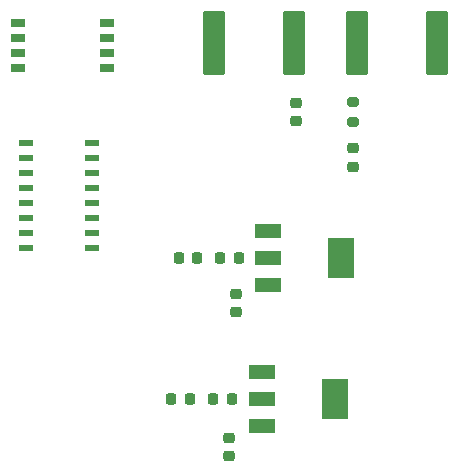
<source format=gbr>
%TF.GenerationSoftware,KiCad,Pcbnew,7.0.7*%
%TF.CreationDate,2024-02-19T11:00:26-08:00*%
%TF.ProjectId,Core-Board,436f7265-2d42-46f6-9172-642e6b696361,rev?*%
%TF.SameCoordinates,Original*%
%TF.FileFunction,Paste,Top*%
%TF.FilePolarity,Positive*%
%FSLAX46Y46*%
G04 Gerber Fmt 4.6, Leading zero omitted, Abs format (unit mm)*
G04 Created by KiCad (PCBNEW 7.0.7) date 2024-02-19 11:00:26*
%MOMM*%
%LPD*%
G01*
G04 APERTURE LIST*
G04 Aperture macros list*
%AMRoundRect*
0 Rectangle with rounded corners*
0 $1 Rounding radius*
0 $2 $3 $4 $5 $6 $7 $8 $9 X,Y pos of 4 corners*
0 Add a 4 corners polygon primitive as box body*
4,1,4,$2,$3,$4,$5,$6,$7,$8,$9,$2,$3,0*
0 Add four circle primitives for the rounded corners*
1,1,$1+$1,$2,$3*
1,1,$1+$1,$4,$5*
1,1,$1+$1,$6,$7*
1,1,$1+$1,$8,$9*
0 Add four rect primitives between the rounded corners*
20,1,$1+$1,$2,$3,$4,$5,0*
20,1,$1+$1,$4,$5,$6,$7,0*
20,1,$1+$1,$6,$7,$8,$9,0*
20,1,$1+$1,$8,$9,$2,$3,0*%
G04 Aperture macros list end*
%ADD10RoundRect,0.049600X-0.555400X-0.260400X0.555400X-0.260400X0.555400X0.260400X-0.555400X0.260400X0*%
%ADD11R,1.200000X0.600000*%
%ADD12RoundRect,0.225000X0.250000X-0.225000X0.250000X0.225000X-0.250000X0.225000X-0.250000X-0.225000X0*%
%ADD13RoundRect,0.225000X-0.225000X-0.250000X0.225000X-0.250000X0.225000X0.250000X-0.225000X0.250000X0*%
%ADD14RoundRect,0.218750X-0.256250X0.218750X-0.256250X-0.218750X0.256250X-0.218750X0.256250X0.218750X0*%
%ADD15RoundRect,0.218750X0.218750X0.256250X-0.218750X0.256250X-0.218750X-0.256250X0.218750X-0.256250X0*%
%ADD16RoundRect,0.200000X-0.275000X0.200000X-0.275000X-0.200000X0.275000X-0.200000X0.275000X0.200000X0*%
%ADD17R,2.200000X1.200000*%
%ADD18R,2.200000X3.500000*%
%ADD19RoundRect,0.250000X0.712500X2.475000X-0.712500X2.475000X-0.712500X-2.475000X0.712500X-2.475000X0*%
G04 APERTURE END LIST*
D10*
%TO.C,U4*%
X188279000Y-119507000D03*
X188279000Y-120777000D03*
X188279000Y-122047000D03*
X188279000Y-123317000D03*
X195769000Y-123317000D03*
X195769000Y-122047000D03*
X195769000Y-120777000D03*
X195769000Y-119507000D03*
%TD*%
D11*
%TO.C,U3*%
X194570000Y-138557000D03*
X194570000Y-137287000D03*
X194570000Y-136017000D03*
X194570000Y-134747000D03*
X194570000Y-133477000D03*
X194570000Y-132207000D03*
X194570000Y-130937000D03*
X194570000Y-129667000D03*
X188970000Y-129667000D03*
X188970000Y-130937000D03*
X188970000Y-132207000D03*
X188970000Y-133477000D03*
X188970000Y-134747000D03*
X188970000Y-136017000D03*
X188970000Y-137287000D03*
X188970000Y-138557000D03*
%TD*%
D12*
%TO.C,C2*%
X206100500Y-156223000D03*
X206100500Y-154673000D03*
%TD*%
D13*
%TO.C,C4*%
X201261500Y-151384000D03*
X202811500Y-151384000D03*
%TD*%
D14*
%TO.C,D1*%
X216659500Y-130105500D03*
X216659500Y-131680500D03*
%TD*%
D15*
%TO.C,F2*%
X206380000Y-151384000D03*
X204805000Y-151384000D03*
%TD*%
D13*
%TO.C,C3*%
X201865000Y-139446000D03*
X203415000Y-139446000D03*
%TD*%
D16*
%TO.C,R1*%
X216659500Y-126258000D03*
X216659500Y-127908000D03*
%TD*%
D17*
%TO.C,U2*%
X208938000Y-149084000D03*
X208938000Y-151384000D03*
X208938000Y-153684000D03*
D18*
X215138000Y-151384000D03*
%TD*%
D19*
%TO.C,F4*%
X211665000Y-121241000D03*
X204890000Y-121241000D03*
%TD*%
D12*
%TO.C,C4*%
X211833500Y-127858000D03*
X211833500Y-126308000D03*
%TD*%
D15*
%TO.C,F1*%
X206983500Y-139446000D03*
X205408500Y-139446000D03*
%TD*%
D12*
%TO.C,C1*%
X206704000Y-144031000D03*
X206704000Y-142481000D03*
%TD*%
D17*
%TO.C,U1*%
X209446000Y-137146000D03*
X209446000Y-139446000D03*
X209446000Y-141746000D03*
D18*
X215646000Y-139446000D03*
%TD*%
D19*
%TO.C,F1*%
X223757900Y-121208800D03*
X216982900Y-121208800D03*
%TD*%
M02*

</source>
